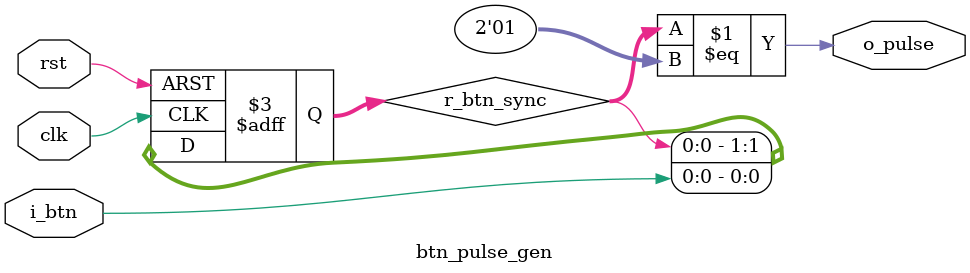
<source format=v>
`timescale 1ns / 1ps

module btn_pulse_gen (
    input  clk,
    input  rst,
    input  i_btn,
    output o_pulse
);

    reg [1:0] r_btn_sync;

    assign o_pulse = (r_btn_sync == 2'b01);

    always @(posedge clk, posedge rst) begin
        if (rst) begin
            r_btn_sync <= 2'b00;
        end else begin
            r_btn_sync <= {r_btn_sync[0], i_btn};
        end
    end
    
endmodule
</source>
